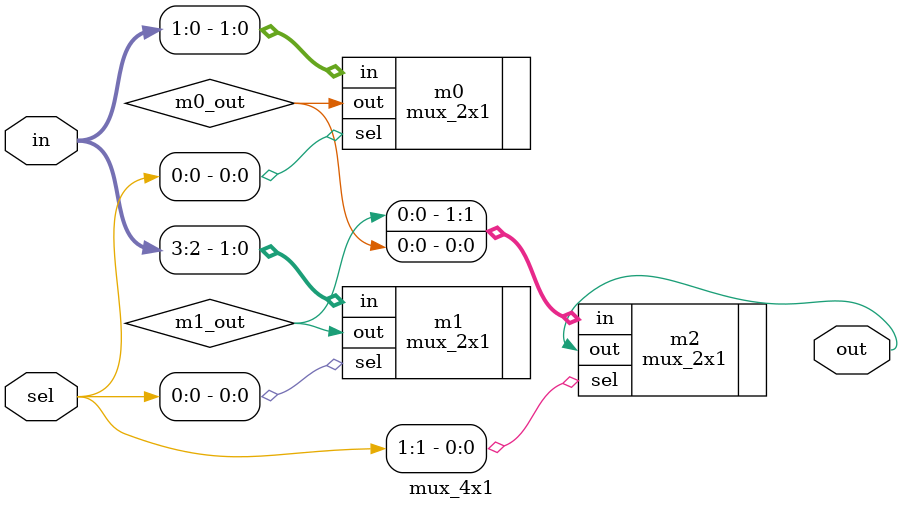
<source format=sv>
module mux_4x1(in, out, sel);

    input logic [3:0] in;
    input logic [1:0] sel;
    output logic out;

    logic m0_out, m1_out;

    // intermediate muxes
    mux_2x1 m0 (.in(in[1:0]), .sel(sel[0]), .out(m0_out));
    mux_2x1 m1 (.in(in[3:2]), .sel(sel[0]), .out(m1_out));

    // final 2:1 mux
    mux_2x1 m2 (.in({m1_out, m0_out}), .sel(sel[1]), .out(out));

endmodule

// module mux_4x1_testbench();
//     logic [3:0] in;
//     logic [1:0] sel;
//     logic out;
//
//     mux_4x1 dut(.in(in), .sel(sel), .out(out));
//
//     integer i, j;
//     initial begin
//         for (i=0; i<4; i=i+1) begin
//             sel = i;
//             for (j=0; j<16; j=j+1) begin
//                 in = j;
//         end
//     end
//
// endmodule

</source>
